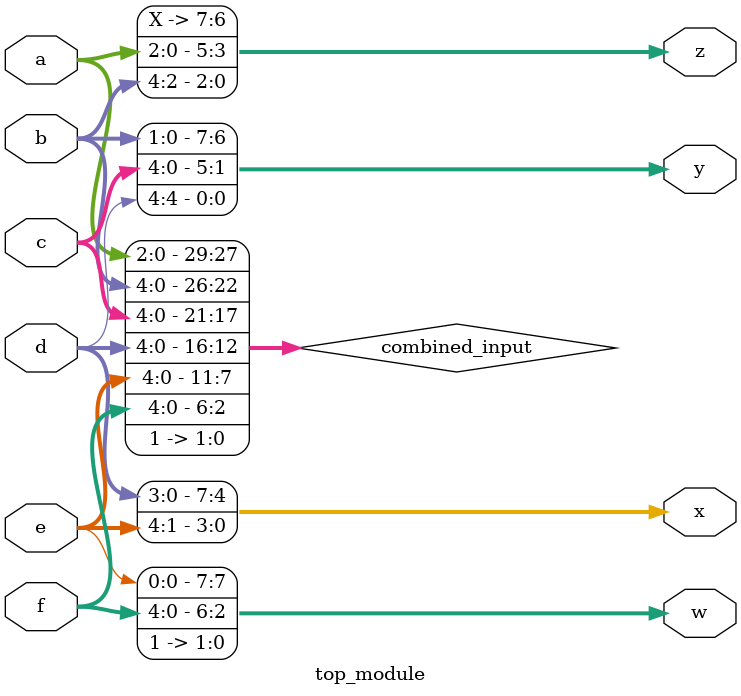
<source format=sv>
module top_module (
    input [4:0] a,
    input [4:0] b,
    input [4:0] c,
    input [4:0] d,
    input [4:0] e,
    input [4:0] f,
    output [7:0] w,
    output [7:0] x,
    output [7:0] y,
    output [7:0] z
);

wire [29:0] combined_input;

assign combined_input = {a, b, c, d, e, f, 2'b11};

assign w = combined_input[7:0];
assign x = combined_input[15:8];
assign y = combined_input[23:16];
assign z = combined_input[31:24];

endmodule

</source>
